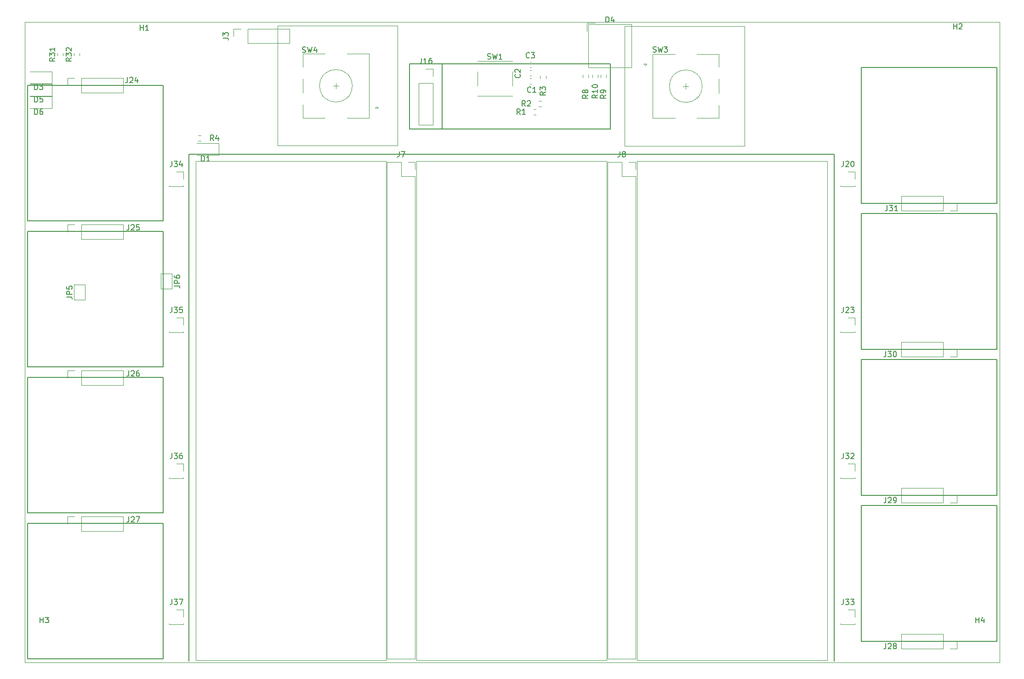
<source format=gbr>
G04 #@! TF.GenerationSoftware,KiCad,Pcbnew,(5.99.0-11749-g6427197962)*
G04 #@! TF.CreationDate,2021-09-04T15:49:30+10:00*
G04 #@! TF.ProjectId,Mainboard,4d61696e-626f-4617-9264-2e6b69636164,rev?*
G04 #@! TF.SameCoordinates,Original*
G04 #@! TF.FileFunction,Legend,Top*
G04 #@! TF.FilePolarity,Positive*
%FSLAX46Y46*%
G04 Gerber Fmt 4.6, Leading zero omitted, Abs format (unit mm)*
G04 Created by KiCad (PCBNEW (5.99.0-11749-g6427197962)) date 2021-09-04 15:49:30*
%MOMM*%
%LPD*%
G01*
G04 APERTURE LIST*
%ADD10C,0.150000*%
%ADD11C,0.100000*%
G04 #@! TA.AperFunction,Profile*
%ADD12C,0.100000*%
G04 #@! TD*
%ADD13C,0.120000*%
G04 APERTURE END LIST*
D10*
X137159643Y-49299000D02*
X137159643Y-61299000D01*
X90487000Y-159449000D02*
X90487000Y-65977000D01*
X60769000Y-53277000D02*
X85769000Y-53277000D01*
X85769000Y-53277000D02*
X85769000Y-78277000D01*
X85769000Y-78277000D02*
X60769000Y-78277000D01*
X60769000Y-78277000D02*
X60769000Y-53277000D01*
D11*
X173037000Y-67247000D02*
X208089000Y-67247000D01*
X208089000Y-67247000D02*
X208089000Y-159247000D01*
X208089000Y-159247000D02*
X173037000Y-159247000D01*
X173037000Y-159247000D02*
X173037000Y-67247000D01*
D10*
X131159643Y-49299000D02*
X168159643Y-49299000D01*
X168159643Y-49299000D02*
X168159643Y-61299000D01*
X168159643Y-61299000D02*
X131159643Y-61299000D01*
X131159643Y-61299000D02*
X131159643Y-49299000D01*
X239385000Y-101922000D02*
X214385000Y-101922000D01*
X214385000Y-101922000D02*
X214385000Y-76922000D01*
X214385000Y-76922000D02*
X239385000Y-76922000D01*
X239385000Y-76922000D02*
X239385000Y-101922000D01*
X239385000Y-128846000D02*
X214385000Y-128846000D01*
X214385000Y-128846000D02*
X214385000Y-103846000D01*
X214385000Y-103846000D02*
X239385000Y-103846000D01*
X239385000Y-103846000D02*
X239385000Y-128846000D01*
X60769000Y-107125000D02*
X85769000Y-107125000D01*
X85769000Y-107125000D02*
X85769000Y-132125000D01*
X85769000Y-132125000D02*
X60769000Y-132125000D01*
X60769000Y-132125000D02*
X60769000Y-107125000D01*
X239385000Y-155770000D02*
X214385000Y-155770000D01*
X214385000Y-155770000D02*
X214385000Y-130770000D01*
X214385000Y-130770000D02*
X239385000Y-130770000D01*
X239385000Y-130770000D02*
X239385000Y-155770000D01*
D11*
X192849000Y-64453000D02*
X170751000Y-64453000D01*
X170751000Y-64453000D02*
X170751000Y-42355000D01*
X170751000Y-42355000D02*
X192849000Y-42355000D01*
X192849000Y-42355000D02*
X192849000Y-64453000D01*
D10*
X239385000Y-74998000D02*
X214385000Y-74998000D01*
X214385000Y-74998000D02*
X214385000Y-49998000D01*
X214385000Y-49998000D02*
X239385000Y-49998000D01*
X239385000Y-49998000D02*
X239385000Y-74998000D01*
X60769000Y-134049000D02*
X85769000Y-134049000D01*
X85769000Y-134049000D02*
X85769000Y-159049000D01*
X85769000Y-159049000D02*
X60769000Y-159049000D01*
X60769000Y-159049000D02*
X60769000Y-134049000D01*
D11*
X132397000Y-67247000D02*
X167449000Y-67247000D01*
X167449000Y-67247000D02*
X167449000Y-159247000D01*
X167449000Y-159247000D02*
X132397000Y-159247000D01*
X132397000Y-159247000D02*
X132397000Y-67247000D01*
D10*
X209359000Y-65977000D02*
X209359000Y-159449000D01*
D11*
X91757000Y-67247000D02*
X126809000Y-67247000D01*
X126809000Y-67247000D02*
X126809000Y-159247000D01*
X126809000Y-159247000D02*
X91757000Y-159247000D01*
X91757000Y-159247000D02*
X91757000Y-67247000D01*
D10*
X60769000Y-134049000D02*
X85769000Y-134049000D01*
X85769000Y-134049000D02*
X85769000Y-159049000D01*
X85769000Y-159049000D02*
X60769000Y-159049000D01*
X60769000Y-159049000D02*
X60769000Y-134049000D01*
D11*
X128965000Y-64325000D02*
X106867000Y-64325000D01*
X106867000Y-64325000D02*
X106867000Y-42227000D01*
X106867000Y-42227000D02*
X128965000Y-42227000D01*
X128965000Y-42227000D02*
X128965000Y-64325000D01*
D10*
X60769000Y-80201000D02*
X85769000Y-80201000D01*
X85769000Y-80201000D02*
X85769000Y-105201000D01*
X85769000Y-105201000D02*
X60769000Y-105201000D01*
X60769000Y-105201000D02*
X60769000Y-80201000D01*
X90487000Y-65977000D02*
X209359000Y-65977000D01*
D12*
X239839000Y-159703000D02*
X60261000Y-159703000D01*
X60261000Y-159703000D02*
X60261000Y-41593000D01*
X60261000Y-41593000D02*
X239839000Y-41593000D01*
X239839000Y-41593000D02*
X239839000Y-159703000D01*
D10*
G04 #@! TO.C,J30*
X218900476Y-102322380D02*
X218900476Y-103036666D01*
X218852857Y-103179523D01*
X218757619Y-103274761D01*
X218614761Y-103322380D01*
X218519523Y-103322380D01*
X219281428Y-102322380D02*
X219900476Y-102322380D01*
X219567142Y-102703333D01*
X219710000Y-102703333D01*
X219805238Y-102750952D01*
X219852857Y-102798571D01*
X219900476Y-102893809D01*
X219900476Y-103131904D01*
X219852857Y-103227142D01*
X219805238Y-103274761D01*
X219710000Y-103322380D01*
X219424285Y-103322380D01*
X219329047Y-103274761D01*
X219281428Y-103227142D01*
X220519523Y-102322380D02*
X220614761Y-102322380D01*
X220710000Y-102370000D01*
X220757619Y-102417619D01*
X220805238Y-102512857D01*
X220852857Y-102703333D01*
X220852857Y-102941428D01*
X220805238Y-103131904D01*
X220757619Y-103227142D01*
X220710000Y-103274761D01*
X220614761Y-103322380D01*
X220519523Y-103322380D01*
X220424285Y-103274761D01*
X220376666Y-103227142D01*
X220329047Y-103131904D01*
X220281428Y-102941428D01*
X220281428Y-102703333D01*
X220329047Y-102512857D01*
X220376666Y-102417619D01*
X220424285Y-102370000D01*
X220519523Y-102322380D01*
G04 #@! TO.C,SW4*
X111442666Y-47140761D02*
X111585523Y-47188380D01*
X111823619Y-47188380D01*
X111918857Y-47140761D01*
X111966476Y-47093142D01*
X112014095Y-46997904D01*
X112014095Y-46902666D01*
X111966476Y-46807428D01*
X111918857Y-46759809D01*
X111823619Y-46712190D01*
X111633142Y-46664571D01*
X111537904Y-46616952D01*
X111490285Y-46569333D01*
X111442666Y-46474095D01*
X111442666Y-46378857D01*
X111490285Y-46283619D01*
X111537904Y-46236000D01*
X111633142Y-46188380D01*
X111871238Y-46188380D01*
X112014095Y-46236000D01*
X112347428Y-46188380D02*
X112585523Y-47188380D01*
X112776000Y-46474095D01*
X112966476Y-47188380D01*
X113204571Y-46188380D01*
X114014095Y-46521714D02*
X114014095Y-47188380D01*
X113776000Y-46140761D02*
X113537904Y-46855047D01*
X114156952Y-46855047D01*
G04 #@! TO.C,JP6*
X87844380Y-90241333D02*
X88558666Y-90241333D01*
X88701523Y-90288952D01*
X88796761Y-90384190D01*
X88844380Y-90527047D01*
X88844380Y-90622285D01*
X88844380Y-89765142D02*
X87844380Y-89765142D01*
X87844380Y-89384190D01*
X87892000Y-89288952D01*
X87939619Y-89241333D01*
X88034857Y-89193714D01*
X88177714Y-89193714D01*
X88272952Y-89241333D01*
X88320571Y-89288952D01*
X88368190Y-89384190D01*
X88368190Y-89765142D01*
X87844380Y-88336571D02*
X87844380Y-88527047D01*
X87892000Y-88622285D01*
X87939619Y-88669904D01*
X88082476Y-88765142D01*
X88272952Y-88812761D01*
X88653904Y-88812761D01*
X88749142Y-88765142D01*
X88796761Y-88717523D01*
X88844380Y-88622285D01*
X88844380Y-88431809D01*
X88796761Y-88336571D01*
X88749142Y-88288952D01*
X88653904Y-88241333D01*
X88415809Y-88241333D01*
X88320571Y-88288952D01*
X88272952Y-88336571D01*
X88225333Y-88431809D01*
X88225333Y-88622285D01*
X88272952Y-88717523D01*
X88320571Y-88765142D01*
X88415809Y-88812761D01*
G04 #@! TO.C,J3*
X96758380Y-44504333D02*
X97472666Y-44504333D01*
X97615523Y-44551952D01*
X97710761Y-44647190D01*
X97758380Y-44790047D01*
X97758380Y-44885285D01*
X96758380Y-44123380D02*
X96758380Y-43504333D01*
X97139333Y-43837666D01*
X97139333Y-43694809D01*
X97186952Y-43599571D01*
X97234571Y-43551952D01*
X97329809Y-43504333D01*
X97567904Y-43504333D01*
X97663142Y-43551952D01*
X97710761Y-43599571D01*
X97758380Y-43694809D01*
X97758380Y-43980523D01*
X97710761Y-44075761D01*
X97663142Y-44123380D01*
G04 #@! TO.C,D6*
X62098904Y-58620380D02*
X62098904Y-57620380D01*
X62337000Y-57620380D01*
X62479857Y-57668000D01*
X62575095Y-57763238D01*
X62622714Y-57858476D01*
X62670333Y-58048952D01*
X62670333Y-58191809D01*
X62622714Y-58382285D01*
X62575095Y-58477523D01*
X62479857Y-58572761D01*
X62337000Y-58620380D01*
X62098904Y-58620380D01*
X63527476Y-57620380D02*
X63337000Y-57620380D01*
X63241761Y-57668000D01*
X63194142Y-57715619D01*
X63098904Y-57858476D01*
X63051285Y-58048952D01*
X63051285Y-58429904D01*
X63098904Y-58525142D01*
X63146523Y-58572761D01*
X63241761Y-58620380D01*
X63432238Y-58620380D01*
X63527476Y-58572761D01*
X63575095Y-58525142D01*
X63622714Y-58429904D01*
X63622714Y-58191809D01*
X63575095Y-58096571D01*
X63527476Y-58048952D01*
X63432238Y-58001333D01*
X63241761Y-58001333D01*
X63146523Y-58048952D01*
X63098904Y-58096571D01*
X63051285Y-58191809D01*
G04 #@! TO.C,R1*
X151534333Y-58618380D02*
X151201000Y-58142190D01*
X150962904Y-58618380D02*
X150962904Y-57618380D01*
X151343857Y-57618380D01*
X151439095Y-57666000D01*
X151486714Y-57713619D01*
X151534333Y-57808857D01*
X151534333Y-57951714D01*
X151486714Y-58046952D01*
X151439095Y-58094571D01*
X151343857Y-58142190D01*
X150962904Y-58142190D01*
X152486714Y-58618380D02*
X151915285Y-58618380D01*
X152201000Y-58618380D02*
X152201000Y-57618380D01*
X152105761Y-57761238D01*
X152010523Y-57856476D01*
X151915285Y-57904095D01*
G04 #@! TO.C,R4*
X95083333Y-63444380D02*
X94750000Y-62968190D01*
X94511904Y-63444380D02*
X94511904Y-62444380D01*
X94892857Y-62444380D01*
X94988095Y-62492000D01*
X95035714Y-62539619D01*
X95083333Y-62634857D01*
X95083333Y-62777714D01*
X95035714Y-62872952D01*
X94988095Y-62920571D01*
X94892857Y-62968190D01*
X94511904Y-62968190D01*
X95940476Y-62777714D02*
X95940476Y-63444380D01*
X95702380Y-62396761D02*
X95464285Y-63111047D01*
X96083333Y-63111047D01*
G04 #@! TO.C,R32*
X68872380Y-48203857D02*
X68396190Y-48537190D01*
X68872380Y-48775285D02*
X67872380Y-48775285D01*
X67872380Y-48394333D01*
X67920000Y-48299095D01*
X67967619Y-48251476D01*
X68062857Y-48203857D01*
X68205714Y-48203857D01*
X68300952Y-48251476D01*
X68348571Y-48299095D01*
X68396190Y-48394333D01*
X68396190Y-48775285D01*
X67872380Y-47870523D02*
X67872380Y-47251476D01*
X68253333Y-47584809D01*
X68253333Y-47441952D01*
X68300952Y-47346714D01*
X68348571Y-47299095D01*
X68443809Y-47251476D01*
X68681904Y-47251476D01*
X68777142Y-47299095D01*
X68824761Y-47346714D01*
X68872380Y-47441952D01*
X68872380Y-47727666D01*
X68824761Y-47822904D01*
X68777142Y-47870523D01*
X67967619Y-46870523D02*
X67920000Y-46822904D01*
X67872380Y-46727666D01*
X67872380Y-46489571D01*
X67920000Y-46394333D01*
X67967619Y-46346714D01*
X68062857Y-46299095D01*
X68158095Y-46299095D01*
X68300952Y-46346714D01*
X68872380Y-46918142D01*
X68872380Y-46299095D01*
G04 #@! TO.C,J23*
X211089476Y-94155380D02*
X211089476Y-94869666D01*
X211041857Y-95012523D01*
X210946619Y-95107761D01*
X210803761Y-95155380D01*
X210708523Y-95155380D01*
X211518047Y-94250619D02*
X211565666Y-94203000D01*
X211660904Y-94155380D01*
X211899000Y-94155380D01*
X211994238Y-94203000D01*
X212041857Y-94250619D01*
X212089476Y-94345857D01*
X212089476Y-94441095D01*
X212041857Y-94583952D01*
X211470428Y-95155380D01*
X212089476Y-95155380D01*
X212422809Y-94155380D02*
X213041857Y-94155380D01*
X212708523Y-94536333D01*
X212851380Y-94536333D01*
X212946619Y-94583952D01*
X212994238Y-94631571D01*
X213041857Y-94726809D01*
X213041857Y-94964904D01*
X212994238Y-95060142D01*
X212946619Y-95107761D01*
X212851380Y-95155380D01*
X212565666Y-95155380D01*
X212470428Y-95107761D01*
X212422809Y-95060142D01*
G04 #@! TO.C,R9*
X167330380Y-55030666D02*
X166854190Y-55364000D01*
X167330380Y-55602095D02*
X166330380Y-55602095D01*
X166330380Y-55221142D01*
X166378000Y-55125904D01*
X166425619Y-55078285D01*
X166520857Y-55030666D01*
X166663714Y-55030666D01*
X166758952Y-55078285D01*
X166806571Y-55125904D01*
X166854190Y-55221142D01*
X166854190Y-55602095D01*
X167330380Y-54554476D02*
X167330380Y-54364000D01*
X167282761Y-54268761D01*
X167235142Y-54221142D01*
X167092285Y-54125904D01*
X166901809Y-54078285D01*
X166520857Y-54078285D01*
X166425619Y-54125904D01*
X166378000Y-54173523D01*
X166330380Y-54268761D01*
X166330380Y-54459238D01*
X166378000Y-54554476D01*
X166425619Y-54602095D01*
X166520857Y-54649714D01*
X166758952Y-54649714D01*
X166854190Y-54602095D01*
X166901809Y-54554476D01*
X166949428Y-54459238D01*
X166949428Y-54268761D01*
X166901809Y-54173523D01*
X166854190Y-54125904D01*
X166758952Y-54078285D01*
G04 #@! TO.C,J27*
X79454476Y-132802380D02*
X79454476Y-133516666D01*
X79406857Y-133659523D01*
X79311619Y-133754761D01*
X79168761Y-133802380D01*
X79073523Y-133802380D01*
X79883047Y-132897619D02*
X79930666Y-132850000D01*
X80025904Y-132802380D01*
X80264000Y-132802380D01*
X80359238Y-132850000D01*
X80406857Y-132897619D01*
X80454476Y-132992857D01*
X80454476Y-133088095D01*
X80406857Y-133230952D01*
X79835428Y-133802380D01*
X80454476Y-133802380D01*
X80787809Y-132802380D02*
X81454476Y-132802380D01*
X81025904Y-133802380D01*
G04 #@! TO.C,R3*
X156217380Y-54459666D02*
X155741190Y-54793000D01*
X156217380Y-55031095D02*
X155217380Y-55031095D01*
X155217380Y-54650142D01*
X155265000Y-54554904D01*
X155312619Y-54507285D01*
X155407857Y-54459666D01*
X155550714Y-54459666D01*
X155645952Y-54507285D01*
X155693571Y-54554904D01*
X155741190Y-54650142D01*
X155741190Y-55031095D01*
X155217380Y-54126333D02*
X155217380Y-53507285D01*
X155598333Y-53840619D01*
X155598333Y-53697761D01*
X155645952Y-53602523D01*
X155693571Y-53554904D01*
X155788809Y-53507285D01*
X156026904Y-53507285D01*
X156122142Y-53554904D01*
X156169761Y-53602523D01*
X156217380Y-53697761D01*
X156217380Y-53983476D01*
X156169761Y-54078714D01*
X156122142Y-54126333D01*
G04 #@! TO.C,H4*
X235476675Y-152347679D02*
X235476675Y-151347679D01*
X235476675Y-151823870D02*
X236048103Y-151823870D01*
X236048103Y-152347679D02*
X236048103Y-151347679D01*
X236952865Y-151681013D02*
X236952865Y-152347679D01*
X236714770Y-151300060D02*
X236476675Y-152014346D01*
X237095722Y-152014346D01*
G04 #@! TO.C,H1*
X81534095Y-43124380D02*
X81534095Y-42124380D01*
X81534095Y-42600571D02*
X82105523Y-42600571D01*
X82105523Y-43124380D02*
X82105523Y-42124380D01*
X83105523Y-43124380D02*
X82534095Y-43124380D01*
X82819809Y-43124380D02*
X82819809Y-42124380D01*
X82724571Y-42267238D01*
X82629333Y-42362476D01*
X82534095Y-42410095D01*
G04 #@! TO.C,J32*
X211089476Y-121079380D02*
X211089476Y-121793666D01*
X211041857Y-121936523D01*
X210946619Y-122031761D01*
X210803761Y-122079380D01*
X210708523Y-122079380D01*
X211470428Y-121079380D02*
X212089476Y-121079380D01*
X211756142Y-121460333D01*
X211899000Y-121460333D01*
X211994238Y-121507952D01*
X212041857Y-121555571D01*
X212089476Y-121650809D01*
X212089476Y-121888904D01*
X212041857Y-121984142D01*
X211994238Y-122031761D01*
X211899000Y-122079380D01*
X211613285Y-122079380D01*
X211518047Y-122031761D01*
X211470428Y-121984142D01*
X212470428Y-121174619D02*
X212518047Y-121127000D01*
X212613285Y-121079380D01*
X212851380Y-121079380D01*
X212946619Y-121127000D01*
X212994238Y-121174619D01*
X213041857Y-121269857D01*
X213041857Y-121365095D01*
X212994238Y-121507952D01*
X212422809Y-122079380D01*
X213041857Y-122079380D01*
G04 #@! TO.C,C3*
X153249333Y-48109142D02*
X153201714Y-48156761D01*
X153058857Y-48204380D01*
X152963619Y-48204380D01*
X152820761Y-48156761D01*
X152725523Y-48061523D01*
X152677904Y-47966285D01*
X152630285Y-47775809D01*
X152630285Y-47632952D01*
X152677904Y-47442476D01*
X152725523Y-47347238D01*
X152820761Y-47252000D01*
X152963619Y-47204380D01*
X153058857Y-47204380D01*
X153201714Y-47252000D01*
X153249333Y-47299619D01*
X153582666Y-47204380D02*
X154201714Y-47204380D01*
X153868380Y-47585333D01*
X154011238Y-47585333D01*
X154106476Y-47632952D01*
X154154095Y-47680571D01*
X154201714Y-47775809D01*
X154201714Y-48013904D01*
X154154095Y-48109142D01*
X154106476Y-48156761D01*
X154011238Y-48204380D01*
X153725523Y-48204380D01*
X153630285Y-48156761D01*
X153582666Y-48109142D01*
G04 #@! TO.C,C1*
X153503333Y-54459142D02*
X153455714Y-54506761D01*
X153312857Y-54554380D01*
X153217619Y-54554380D01*
X153074761Y-54506761D01*
X152979523Y-54411523D01*
X152931904Y-54316285D01*
X152884285Y-54125809D01*
X152884285Y-53982952D01*
X152931904Y-53792476D01*
X152979523Y-53697238D01*
X153074761Y-53602000D01*
X153217619Y-53554380D01*
X153312857Y-53554380D01*
X153455714Y-53602000D01*
X153503333Y-53649619D01*
X154455714Y-54554380D02*
X153884285Y-54554380D01*
X154170000Y-54554380D02*
X154170000Y-53554380D01*
X154074761Y-53697238D01*
X153979523Y-53792476D01*
X153884285Y-53840095D01*
G04 #@! TO.C,J25*
X79454476Y-78954380D02*
X79454476Y-79668666D01*
X79406857Y-79811523D01*
X79311619Y-79906761D01*
X79168761Y-79954380D01*
X79073523Y-79954380D01*
X79883047Y-79049619D02*
X79930666Y-79002000D01*
X80025904Y-78954380D01*
X80264000Y-78954380D01*
X80359238Y-79002000D01*
X80406857Y-79049619D01*
X80454476Y-79144857D01*
X80454476Y-79240095D01*
X80406857Y-79382952D01*
X79835428Y-79954380D01*
X80454476Y-79954380D01*
X81359238Y-78954380D02*
X80883047Y-78954380D01*
X80835428Y-79430571D01*
X80883047Y-79382952D01*
X80978285Y-79335333D01*
X81216380Y-79335333D01*
X81311619Y-79382952D01*
X81359238Y-79430571D01*
X81406857Y-79525809D01*
X81406857Y-79763904D01*
X81359238Y-79859142D01*
X81311619Y-79906761D01*
X81216380Y-79954380D01*
X80978285Y-79954380D01*
X80883047Y-79906761D01*
X80835428Y-79859142D01*
G04 #@! TO.C,J26*
X79454476Y-105878380D02*
X79454476Y-106592666D01*
X79406857Y-106735523D01*
X79311619Y-106830761D01*
X79168761Y-106878380D01*
X79073523Y-106878380D01*
X79883047Y-105973619D02*
X79930666Y-105926000D01*
X80025904Y-105878380D01*
X80264000Y-105878380D01*
X80359238Y-105926000D01*
X80406857Y-105973619D01*
X80454476Y-106068857D01*
X80454476Y-106164095D01*
X80406857Y-106306952D01*
X79835428Y-106878380D01*
X80454476Y-106878380D01*
X81311619Y-105878380D02*
X81121142Y-105878380D01*
X81025904Y-105926000D01*
X80978285Y-105973619D01*
X80883047Y-106116476D01*
X80835428Y-106306952D01*
X80835428Y-106687904D01*
X80883047Y-106783142D01*
X80930666Y-106830761D01*
X81025904Y-106878380D01*
X81216380Y-106878380D01*
X81311619Y-106830761D01*
X81359238Y-106783142D01*
X81406857Y-106687904D01*
X81406857Y-106449809D01*
X81359238Y-106354571D01*
X81311619Y-106306952D01*
X81216380Y-106259333D01*
X81025904Y-106259333D01*
X80930666Y-106306952D01*
X80883047Y-106354571D01*
X80835428Y-106449809D01*
G04 #@! TO.C,D4*
X167345904Y-41616380D02*
X167345904Y-40616380D01*
X167584000Y-40616380D01*
X167726857Y-40664000D01*
X167822095Y-40759238D01*
X167869714Y-40854476D01*
X167917333Y-41044952D01*
X167917333Y-41187809D01*
X167869714Y-41378285D01*
X167822095Y-41473523D01*
X167726857Y-41568761D01*
X167584000Y-41616380D01*
X167345904Y-41616380D01*
X168774476Y-40949714D02*
X168774476Y-41616380D01*
X168536380Y-40568761D02*
X168298285Y-41283047D01*
X168917333Y-41283047D01*
G04 #@! TO.C,D5*
X62098904Y-56334380D02*
X62098904Y-55334380D01*
X62337000Y-55334380D01*
X62479857Y-55382000D01*
X62575095Y-55477238D01*
X62622714Y-55572476D01*
X62670333Y-55762952D01*
X62670333Y-55905809D01*
X62622714Y-56096285D01*
X62575095Y-56191523D01*
X62479857Y-56286761D01*
X62337000Y-56334380D01*
X62098904Y-56334380D01*
X63575095Y-55334380D02*
X63098904Y-55334380D01*
X63051285Y-55810571D01*
X63098904Y-55762952D01*
X63194142Y-55715333D01*
X63432238Y-55715333D01*
X63527476Y-55762952D01*
X63575095Y-55810571D01*
X63622714Y-55905809D01*
X63622714Y-56143904D01*
X63575095Y-56239142D01*
X63527476Y-56286761D01*
X63432238Y-56334380D01*
X63194142Y-56334380D01*
X63098904Y-56286761D01*
X63051285Y-56239142D01*
G04 #@! TO.C,J7*
X129269666Y-65453380D02*
X129269666Y-66167666D01*
X129222047Y-66310523D01*
X129126809Y-66405761D01*
X128983952Y-66453380D01*
X128888714Y-66453380D01*
X129650619Y-65453380D02*
X130317285Y-65453380D01*
X129888714Y-66453380D01*
G04 #@! TO.C,C2*
X151487142Y-51220666D02*
X151534761Y-51268285D01*
X151582380Y-51411142D01*
X151582380Y-51506380D01*
X151534761Y-51649238D01*
X151439523Y-51744476D01*
X151344285Y-51792095D01*
X151153809Y-51839714D01*
X151010952Y-51839714D01*
X150820476Y-51792095D01*
X150725238Y-51744476D01*
X150630000Y-51649238D01*
X150582380Y-51506380D01*
X150582380Y-51411142D01*
X150630000Y-51268285D01*
X150677619Y-51220666D01*
X150677619Y-50839714D02*
X150630000Y-50792095D01*
X150582380Y-50696857D01*
X150582380Y-50458761D01*
X150630000Y-50363523D01*
X150677619Y-50315904D01*
X150772857Y-50268285D01*
X150868095Y-50268285D01*
X151010952Y-50315904D01*
X151582380Y-50887333D01*
X151582380Y-50268285D01*
G04 #@! TO.C,H2*
X231394095Y-42870380D02*
X231394095Y-41870380D01*
X231394095Y-42346571D02*
X231965523Y-42346571D01*
X231965523Y-42870380D02*
X231965523Y-41870380D01*
X232394095Y-41965619D02*
X232441714Y-41918000D01*
X232536952Y-41870380D01*
X232775047Y-41870380D01*
X232870285Y-41918000D01*
X232917904Y-41965619D01*
X232965523Y-42060857D01*
X232965523Y-42156095D01*
X232917904Y-42298952D01*
X232346476Y-42870380D01*
X232965523Y-42870380D01*
G04 #@! TO.C,J36*
X87391476Y-121079380D02*
X87391476Y-121793666D01*
X87343857Y-121936523D01*
X87248619Y-122031761D01*
X87105761Y-122079380D01*
X87010523Y-122079380D01*
X87772428Y-121079380D02*
X88391476Y-121079380D01*
X88058142Y-121460333D01*
X88201000Y-121460333D01*
X88296238Y-121507952D01*
X88343857Y-121555571D01*
X88391476Y-121650809D01*
X88391476Y-121888904D01*
X88343857Y-121984142D01*
X88296238Y-122031761D01*
X88201000Y-122079380D01*
X87915285Y-122079380D01*
X87820047Y-122031761D01*
X87772428Y-121984142D01*
X89248619Y-121079380D02*
X89058142Y-121079380D01*
X88962904Y-121127000D01*
X88915285Y-121174619D01*
X88820047Y-121317476D01*
X88772428Y-121507952D01*
X88772428Y-121888904D01*
X88820047Y-121984142D01*
X88867666Y-122031761D01*
X88962904Y-122079380D01*
X89153380Y-122079380D01*
X89248619Y-122031761D01*
X89296238Y-121984142D01*
X89343857Y-121888904D01*
X89343857Y-121650809D01*
X89296238Y-121555571D01*
X89248619Y-121507952D01*
X89153380Y-121460333D01*
X88962904Y-121460333D01*
X88867666Y-121507952D01*
X88820047Y-121555571D01*
X88772428Y-121650809D01*
G04 #@! TO.C,D1*
X92832904Y-67256380D02*
X92832904Y-66256380D01*
X93071000Y-66256380D01*
X93213857Y-66304000D01*
X93309095Y-66399238D01*
X93356714Y-66494476D01*
X93404333Y-66684952D01*
X93404333Y-66827809D01*
X93356714Y-67018285D01*
X93309095Y-67113523D01*
X93213857Y-67208761D01*
X93071000Y-67256380D01*
X92832904Y-67256380D01*
X94356714Y-67256380D02*
X93785285Y-67256380D01*
X94071000Y-67256380D02*
X94071000Y-66256380D01*
X93975761Y-66399238D01*
X93880523Y-66494476D01*
X93785285Y-66542095D01*
G04 #@! TO.C,SW3*
X176024177Y-47075250D02*
X176167034Y-47122869D01*
X176405130Y-47122869D01*
X176500368Y-47075250D01*
X176547987Y-47027631D01*
X176595606Y-46932393D01*
X176595606Y-46837155D01*
X176547987Y-46741917D01*
X176500368Y-46694298D01*
X176405130Y-46646679D01*
X176214653Y-46599060D01*
X176119415Y-46551441D01*
X176071796Y-46503822D01*
X176024177Y-46408584D01*
X176024177Y-46313346D01*
X176071796Y-46218108D01*
X176119415Y-46170489D01*
X176214653Y-46122869D01*
X176452749Y-46122869D01*
X176595606Y-46170489D01*
X176928939Y-46122869D02*
X177167034Y-47122869D01*
X177357511Y-46408584D01*
X177547987Y-47122869D01*
X177786082Y-46122869D01*
X178071796Y-46122869D02*
X178690844Y-46122869D01*
X178357511Y-46503822D01*
X178500368Y-46503822D01*
X178595606Y-46551441D01*
X178643225Y-46599060D01*
X178690844Y-46694298D01*
X178690844Y-46932393D01*
X178643225Y-47027631D01*
X178595606Y-47075250D01*
X178500368Y-47122869D01*
X178214653Y-47122869D01*
X178119415Y-47075250D01*
X178071796Y-47027631D01*
G04 #@! TO.C,J35*
X87391476Y-94155380D02*
X87391476Y-94869666D01*
X87343857Y-95012523D01*
X87248619Y-95107761D01*
X87105761Y-95155380D01*
X87010523Y-95155380D01*
X87772428Y-94155380D02*
X88391476Y-94155380D01*
X88058142Y-94536333D01*
X88201000Y-94536333D01*
X88296238Y-94583952D01*
X88343857Y-94631571D01*
X88391476Y-94726809D01*
X88391476Y-94964904D01*
X88343857Y-95060142D01*
X88296238Y-95107761D01*
X88201000Y-95155380D01*
X87915285Y-95155380D01*
X87820047Y-95107761D01*
X87772428Y-95060142D01*
X89296238Y-94155380D02*
X88820047Y-94155380D01*
X88772428Y-94631571D01*
X88820047Y-94583952D01*
X88915285Y-94536333D01*
X89153380Y-94536333D01*
X89248619Y-94583952D01*
X89296238Y-94631571D01*
X89343857Y-94726809D01*
X89343857Y-94964904D01*
X89296238Y-95060142D01*
X89248619Y-95107761D01*
X89153380Y-95155380D01*
X88915285Y-95155380D01*
X88820047Y-95107761D01*
X88772428Y-95060142D01*
G04 #@! TO.C,J29*
X218900476Y-129246380D02*
X218900476Y-129960666D01*
X218852857Y-130103523D01*
X218757619Y-130198761D01*
X218614761Y-130246380D01*
X218519523Y-130246380D01*
X219329047Y-129341619D02*
X219376666Y-129294000D01*
X219471904Y-129246380D01*
X219710000Y-129246380D01*
X219805238Y-129294000D01*
X219852857Y-129341619D01*
X219900476Y-129436857D01*
X219900476Y-129532095D01*
X219852857Y-129674952D01*
X219281428Y-130246380D01*
X219900476Y-130246380D01*
X220376666Y-130246380D02*
X220567142Y-130246380D01*
X220662380Y-130198761D01*
X220710000Y-130151142D01*
X220805238Y-130008285D01*
X220852857Y-129817809D01*
X220852857Y-129436857D01*
X220805238Y-129341619D01*
X220757619Y-129294000D01*
X220662380Y-129246380D01*
X220471904Y-129246380D01*
X220376666Y-129294000D01*
X220329047Y-129341619D01*
X220281428Y-129436857D01*
X220281428Y-129674952D01*
X220329047Y-129770190D01*
X220376666Y-129817809D01*
X220471904Y-129865428D01*
X220662380Y-129865428D01*
X220757619Y-129817809D01*
X220805238Y-129770190D01*
X220852857Y-129674952D01*
G04 #@! TO.C,J33*
X211089476Y-148003380D02*
X211089476Y-148717666D01*
X211041857Y-148860523D01*
X210946619Y-148955761D01*
X210803761Y-149003380D01*
X210708523Y-149003380D01*
X211470428Y-148003380D02*
X212089476Y-148003380D01*
X211756142Y-148384333D01*
X211899000Y-148384333D01*
X211994238Y-148431952D01*
X212041857Y-148479571D01*
X212089476Y-148574809D01*
X212089476Y-148812904D01*
X212041857Y-148908142D01*
X211994238Y-148955761D01*
X211899000Y-149003380D01*
X211613285Y-149003380D01*
X211518047Y-148955761D01*
X211470428Y-148908142D01*
X212422809Y-148003380D02*
X213041857Y-148003380D01*
X212708523Y-148384333D01*
X212851380Y-148384333D01*
X212946619Y-148431952D01*
X212994238Y-148479571D01*
X213041857Y-148574809D01*
X213041857Y-148812904D01*
X212994238Y-148908142D01*
X212946619Y-148955761D01*
X212851380Y-149003380D01*
X212565666Y-149003380D01*
X212470428Y-148955761D01*
X212422809Y-148908142D01*
G04 #@! TO.C,R8*
X164028380Y-55030666D02*
X163552190Y-55364000D01*
X164028380Y-55602095D02*
X163028380Y-55602095D01*
X163028380Y-55221142D01*
X163076000Y-55125904D01*
X163123619Y-55078285D01*
X163218857Y-55030666D01*
X163361714Y-55030666D01*
X163456952Y-55078285D01*
X163504571Y-55125904D01*
X163552190Y-55221142D01*
X163552190Y-55602095D01*
X163456952Y-54459238D02*
X163409333Y-54554476D01*
X163361714Y-54602095D01*
X163266476Y-54649714D01*
X163218857Y-54649714D01*
X163123619Y-54602095D01*
X163076000Y-54554476D01*
X163028380Y-54459238D01*
X163028380Y-54268761D01*
X163076000Y-54173523D01*
X163123619Y-54125904D01*
X163218857Y-54078285D01*
X163266476Y-54078285D01*
X163361714Y-54125904D01*
X163409333Y-54173523D01*
X163456952Y-54268761D01*
X163456952Y-54459238D01*
X163504571Y-54554476D01*
X163552190Y-54602095D01*
X163647428Y-54649714D01*
X163837904Y-54649714D01*
X163933142Y-54602095D01*
X163980761Y-54554476D01*
X164028380Y-54459238D01*
X164028380Y-54268761D01*
X163980761Y-54173523D01*
X163933142Y-54125904D01*
X163837904Y-54078285D01*
X163647428Y-54078285D01*
X163552190Y-54125904D01*
X163504571Y-54173523D01*
X163456952Y-54268761D01*
G04 #@! TO.C,SW1*
X145541666Y-48361761D02*
X145684523Y-48409380D01*
X145922619Y-48409380D01*
X146017857Y-48361761D01*
X146065476Y-48314142D01*
X146113095Y-48218904D01*
X146113095Y-48123666D01*
X146065476Y-48028428D01*
X146017857Y-47980809D01*
X145922619Y-47933190D01*
X145732142Y-47885571D01*
X145636904Y-47837952D01*
X145589285Y-47790333D01*
X145541666Y-47695095D01*
X145541666Y-47599857D01*
X145589285Y-47504619D01*
X145636904Y-47457000D01*
X145732142Y-47409380D01*
X145970238Y-47409380D01*
X146113095Y-47457000D01*
X146446428Y-47409380D02*
X146684523Y-48409380D01*
X146875000Y-47695095D01*
X147065476Y-48409380D01*
X147303571Y-47409380D01*
X148208333Y-48409380D02*
X147636904Y-48409380D01*
X147922619Y-48409380D02*
X147922619Y-47409380D01*
X147827380Y-47552238D01*
X147732142Y-47647476D01*
X147636904Y-47695095D01*
G04 #@! TO.C,D3*
X62098904Y-54048380D02*
X62098904Y-53048380D01*
X62337000Y-53048380D01*
X62479857Y-53096000D01*
X62575095Y-53191238D01*
X62622714Y-53286476D01*
X62670333Y-53476952D01*
X62670333Y-53619809D01*
X62622714Y-53810285D01*
X62575095Y-53905523D01*
X62479857Y-54000761D01*
X62337000Y-54048380D01*
X62098904Y-54048380D01*
X63003666Y-53048380D02*
X63622714Y-53048380D01*
X63289380Y-53429333D01*
X63432238Y-53429333D01*
X63527476Y-53476952D01*
X63575095Y-53524571D01*
X63622714Y-53619809D01*
X63622714Y-53857904D01*
X63575095Y-53953142D01*
X63527476Y-54000761D01*
X63432238Y-54048380D01*
X63146523Y-54048380D01*
X63051285Y-54000761D01*
X63003666Y-53953142D01*
G04 #@! TO.C,J37*
X87391476Y-148003380D02*
X87391476Y-148717666D01*
X87343857Y-148860523D01*
X87248619Y-148955761D01*
X87105761Y-149003380D01*
X87010523Y-149003380D01*
X87772428Y-148003380D02*
X88391476Y-148003380D01*
X88058142Y-148384333D01*
X88201000Y-148384333D01*
X88296238Y-148431952D01*
X88343857Y-148479571D01*
X88391476Y-148574809D01*
X88391476Y-148812904D01*
X88343857Y-148908142D01*
X88296238Y-148955761D01*
X88201000Y-149003380D01*
X87915285Y-149003380D01*
X87820047Y-148955761D01*
X87772428Y-148908142D01*
X88724809Y-148003380D02*
X89391476Y-148003380D01*
X88962904Y-149003380D01*
G04 #@! TO.C,R2*
X152487333Y-57094380D02*
X152154000Y-56618190D01*
X151915904Y-57094380D02*
X151915904Y-56094380D01*
X152296857Y-56094380D01*
X152392095Y-56142000D01*
X152439714Y-56189619D01*
X152487333Y-56284857D01*
X152487333Y-56427714D01*
X152439714Y-56522952D01*
X152392095Y-56570571D01*
X152296857Y-56618190D01*
X151915904Y-56618190D01*
X152868285Y-56189619D02*
X152915904Y-56142000D01*
X153011142Y-56094380D01*
X153249238Y-56094380D01*
X153344476Y-56142000D01*
X153392095Y-56189619D01*
X153439714Y-56284857D01*
X153439714Y-56380095D01*
X153392095Y-56522952D01*
X152820666Y-57094380D01*
X153439714Y-57094380D01*
G04 #@! TO.C,J34*
X87391476Y-67231380D02*
X87391476Y-67945666D01*
X87343857Y-68088523D01*
X87248619Y-68183761D01*
X87105761Y-68231380D01*
X87010523Y-68231380D01*
X87772428Y-67231380D02*
X88391476Y-67231380D01*
X88058142Y-67612333D01*
X88201000Y-67612333D01*
X88296238Y-67659952D01*
X88343857Y-67707571D01*
X88391476Y-67802809D01*
X88391476Y-68040904D01*
X88343857Y-68136142D01*
X88296238Y-68183761D01*
X88201000Y-68231380D01*
X87915285Y-68231380D01*
X87820047Y-68183761D01*
X87772428Y-68136142D01*
X89248619Y-67564714D02*
X89248619Y-68231380D01*
X89010523Y-67183761D02*
X88772428Y-67898047D01*
X89391476Y-67898047D01*
G04 #@! TO.C,JP5*
X68010380Y-92273333D02*
X68724666Y-92273333D01*
X68867523Y-92320952D01*
X68962761Y-92416190D01*
X69010380Y-92559047D01*
X69010380Y-92654285D01*
X69010380Y-91797142D02*
X68010380Y-91797142D01*
X68010380Y-91416190D01*
X68058000Y-91320952D01*
X68105619Y-91273333D01*
X68200857Y-91225714D01*
X68343714Y-91225714D01*
X68438952Y-91273333D01*
X68486571Y-91320952D01*
X68534190Y-91416190D01*
X68534190Y-91797142D01*
X68010380Y-90320952D02*
X68010380Y-90797142D01*
X68486571Y-90844761D01*
X68438952Y-90797142D01*
X68391333Y-90701904D01*
X68391333Y-90463809D01*
X68438952Y-90368571D01*
X68486571Y-90320952D01*
X68581809Y-90273333D01*
X68819904Y-90273333D01*
X68915142Y-90320952D01*
X68962761Y-90368571D01*
X69010380Y-90463809D01*
X69010380Y-90701904D01*
X68962761Y-90797142D01*
X68915142Y-90844761D01*
G04 #@! TO.C,J8*
X169909666Y-65453380D02*
X169909666Y-66167666D01*
X169862047Y-66310523D01*
X169766809Y-66405761D01*
X169623952Y-66453380D01*
X169528714Y-66453380D01*
X170528714Y-65881952D02*
X170433476Y-65834333D01*
X170385857Y-65786714D01*
X170338238Y-65691476D01*
X170338238Y-65643857D01*
X170385857Y-65548619D01*
X170433476Y-65501000D01*
X170528714Y-65453380D01*
X170719190Y-65453380D01*
X170814428Y-65501000D01*
X170862047Y-65548619D01*
X170909666Y-65643857D01*
X170909666Y-65691476D01*
X170862047Y-65786714D01*
X170814428Y-65834333D01*
X170719190Y-65881952D01*
X170528714Y-65881952D01*
X170433476Y-65929571D01*
X170385857Y-65977190D01*
X170338238Y-66072428D01*
X170338238Y-66262904D01*
X170385857Y-66358142D01*
X170433476Y-66405761D01*
X170528714Y-66453380D01*
X170719190Y-66453380D01*
X170814428Y-66405761D01*
X170862047Y-66358142D01*
X170909666Y-66262904D01*
X170909666Y-66072428D01*
X170862047Y-65977190D01*
X170814428Y-65929571D01*
X170719190Y-65881952D01*
G04 #@! TO.C,R10*
X165806380Y-54998857D02*
X165330190Y-55332190D01*
X165806380Y-55570285D02*
X164806380Y-55570285D01*
X164806380Y-55189333D01*
X164854000Y-55094095D01*
X164901619Y-55046476D01*
X164996857Y-54998857D01*
X165139714Y-54998857D01*
X165234952Y-55046476D01*
X165282571Y-55094095D01*
X165330190Y-55189333D01*
X165330190Y-55570285D01*
X165806380Y-54046476D02*
X165806380Y-54617904D01*
X165806380Y-54332190D02*
X164806380Y-54332190D01*
X164949238Y-54427428D01*
X165044476Y-54522666D01*
X165092095Y-54617904D01*
X164806380Y-53427428D02*
X164806380Y-53332190D01*
X164854000Y-53236952D01*
X164901619Y-53189333D01*
X164996857Y-53141714D01*
X165187333Y-53094095D01*
X165425428Y-53094095D01*
X165615904Y-53141714D01*
X165711142Y-53189333D01*
X165758761Y-53236952D01*
X165806380Y-53332190D01*
X165806380Y-53427428D01*
X165758761Y-53522666D01*
X165711142Y-53570285D01*
X165615904Y-53617904D01*
X165425428Y-53665523D01*
X165187333Y-53665523D01*
X164996857Y-53617904D01*
X164901619Y-53570285D01*
X164854000Y-53522666D01*
X164806380Y-53427428D01*
G04 #@! TO.C,H3*
X63102415Y-152348759D02*
X63102415Y-151348759D01*
X63102415Y-151824950D02*
X63673843Y-151824950D01*
X63673843Y-152348759D02*
X63673843Y-151348759D01*
X64054796Y-151348759D02*
X64673843Y-151348759D01*
X64340510Y-151729712D01*
X64483367Y-151729712D01*
X64578605Y-151777331D01*
X64626224Y-151824950D01*
X64673843Y-151920188D01*
X64673843Y-152158283D01*
X64626224Y-152253521D01*
X64578605Y-152301140D01*
X64483367Y-152348759D01*
X64197653Y-152348759D01*
X64102415Y-152301140D01*
X64054796Y-152253521D01*
G04 #@! TO.C,J31*
X219154476Y-75398380D02*
X219154476Y-76112666D01*
X219106857Y-76255523D01*
X219011619Y-76350761D01*
X218868761Y-76398380D01*
X218773523Y-76398380D01*
X219535428Y-75398380D02*
X220154476Y-75398380D01*
X219821142Y-75779333D01*
X219964000Y-75779333D01*
X220059238Y-75826952D01*
X220106857Y-75874571D01*
X220154476Y-75969809D01*
X220154476Y-76207904D01*
X220106857Y-76303142D01*
X220059238Y-76350761D01*
X219964000Y-76398380D01*
X219678285Y-76398380D01*
X219583047Y-76350761D01*
X219535428Y-76303142D01*
X221106857Y-76398380D02*
X220535428Y-76398380D01*
X220821142Y-76398380D02*
X220821142Y-75398380D01*
X220725904Y-75541238D01*
X220630666Y-75636476D01*
X220535428Y-75684095D01*
G04 #@! TO.C,R31*
X65824380Y-48203857D02*
X65348190Y-48537190D01*
X65824380Y-48775285D02*
X64824380Y-48775285D01*
X64824380Y-48394333D01*
X64872000Y-48299095D01*
X64919619Y-48251476D01*
X65014857Y-48203857D01*
X65157714Y-48203857D01*
X65252952Y-48251476D01*
X65300571Y-48299095D01*
X65348190Y-48394333D01*
X65348190Y-48775285D01*
X64824380Y-47870523D02*
X64824380Y-47251476D01*
X65205333Y-47584809D01*
X65205333Y-47441952D01*
X65252952Y-47346714D01*
X65300571Y-47299095D01*
X65395809Y-47251476D01*
X65633904Y-47251476D01*
X65729142Y-47299095D01*
X65776761Y-47346714D01*
X65824380Y-47441952D01*
X65824380Y-47727666D01*
X65776761Y-47822904D01*
X65729142Y-47870523D01*
X65824380Y-46299095D02*
X65824380Y-46870523D01*
X65824380Y-46584809D02*
X64824380Y-46584809D01*
X64967238Y-46680047D01*
X65062476Y-46775285D01*
X65110095Y-46870523D01*
G04 #@! TO.C,J28*
X218900476Y-156170380D02*
X218900476Y-156884666D01*
X218852857Y-157027523D01*
X218757619Y-157122761D01*
X218614761Y-157170380D01*
X218519523Y-157170380D01*
X219329047Y-156265619D02*
X219376666Y-156218000D01*
X219471904Y-156170380D01*
X219710000Y-156170380D01*
X219805238Y-156218000D01*
X219852857Y-156265619D01*
X219900476Y-156360857D01*
X219900476Y-156456095D01*
X219852857Y-156598952D01*
X219281428Y-157170380D01*
X219900476Y-157170380D01*
X220471904Y-156598952D02*
X220376666Y-156551333D01*
X220329047Y-156503714D01*
X220281428Y-156408476D01*
X220281428Y-156360857D01*
X220329047Y-156265619D01*
X220376666Y-156218000D01*
X220471904Y-156170380D01*
X220662380Y-156170380D01*
X220757619Y-156218000D01*
X220805238Y-156265619D01*
X220852857Y-156360857D01*
X220852857Y-156408476D01*
X220805238Y-156503714D01*
X220757619Y-156551333D01*
X220662380Y-156598952D01*
X220471904Y-156598952D01*
X220376666Y-156646571D01*
X220329047Y-156694190D01*
X220281428Y-156789428D01*
X220281428Y-156979904D01*
X220329047Y-157075142D01*
X220376666Y-157122761D01*
X220471904Y-157170380D01*
X220662380Y-157170380D01*
X220757619Y-157122761D01*
X220805238Y-157075142D01*
X220852857Y-156979904D01*
X220852857Y-156789428D01*
X220805238Y-156694190D01*
X220757619Y-156646571D01*
X220662380Y-156598952D01*
G04 #@! TO.C,J16*
X133350119Y-48244380D02*
X133350119Y-48958666D01*
X133302500Y-49101523D01*
X133207262Y-49196761D01*
X133064404Y-49244380D01*
X132969166Y-49244380D01*
X134350119Y-49244380D02*
X133778690Y-49244380D01*
X134064404Y-49244380D02*
X134064404Y-48244380D01*
X133969166Y-48387238D01*
X133873928Y-48482476D01*
X133778690Y-48530095D01*
X135207262Y-48244380D02*
X135016785Y-48244380D01*
X134921547Y-48292000D01*
X134873928Y-48339619D01*
X134778690Y-48482476D01*
X134731071Y-48672952D01*
X134731071Y-49053904D01*
X134778690Y-49149142D01*
X134826309Y-49196761D01*
X134921547Y-49244380D01*
X135112023Y-49244380D01*
X135207262Y-49196761D01*
X135254881Y-49149142D01*
X135302500Y-49053904D01*
X135302500Y-48815809D01*
X135254881Y-48720571D01*
X135207262Y-48672952D01*
X135112023Y-48625333D01*
X134921547Y-48625333D01*
X134826309Y-48672952D01*
X134778690Y-48720571D01*
X134731071Y-48815809D01*
G04 #@! TO.C,J20*
X211089476Y-67231380D02*
X211089476Y-67945666D01*
X211041857Y-68088523D01*
X210946619Y-68183761D01*
X210803761Y-68231380D01*
X210708523Y-68231380D01*
X211518047Y-67326619D02*
X211565666Y-67279000D01*
X211660904Y-67231380D01*
X211899000Y-67231380D01*
X211994238Y-67279000D01*
X212041857Y-67326619D01*
X212089476Y-67421857D01*
X212089476Y-67517095D01*
X212041857Y-67659952D01*
X211470428Y-68231380D01*
X212089476Y-68231380D01*
X212708523Y-67231380D02*
X212803761Y-67231380D01*
X212899000Y-67279000D01*
X212946619Y-67326619D01*
X212994238Y-67421857D01*
X213041857Y-67612333D01*
X213041857Y-67850428D01*
X212994238Y-68040904D01*
X212946619Y-68136142D01*
X212899000Y-68183761D01*
X212803761Y-68231380D01*
X212708523Y-68231380D01*
X212613285Y-68183761D01*
X212565666Y-68136142D01*
X212518047Y-68040904D01*
X212470428Y-67850428D01*
X212470428Y-67612333D01*
X212518047Y-67421857D01*
X212565666Y-67326619D01*
X212613285Y-67279000D01*
X212708523Y-67231380D01*
G04 #@! TO.C,J24*
X79200476Y-51776380D02*
X79200476Y-52490666D01*
X79152857Y-52633523D01*
X79057619Y-52728761D01*
X78914761Y-52776380D01*
X78819523Y-52776380D01*
X79629047Y-51871619D02*
X79676666Y-51824000D01*
X79771904Y-51776380D01*
X80010000Y-51776380D01*
X80105238Y-51824000D01*
X80152857Y-51871619D01*
X80200476Y-51966857D01*
X80200476Y-52062095D01*
X80152857Y-52204952D01*
X79581428Y-52776380D01*
X80200476Y-52776380D01*
X81057619Y-52109714D02*
X81057619Y-52776380D01*
X80819523Y-51728761D02*
X80581428Y-52443047D01*
X81200476Y-52443047D01*
D13*
G04 #@! TO.C,J30*
X229415000Y-100617000D02*
X229415000Y-103277000D01*
X229415000Y-100617000D02*
X221735000Y-100617000D01*
X232015000Y-101947000D02*
X232015000Y-103277000D01*
X229415000Y-103277000D02*
X221735000Y-103277000D01*
X232015000Y-103277000D02*
X230685000Y-103277000D01*
X221735000Y-100617000D02*
X221735000Y-103277000D01*
G04 #@! TO.C,SW4*
X111502000Y-54640000D02*
X111502000Y-52040000D01*
X117602000Y-53840000D02*
X117602000Y-52840000D01*
X111502000Y-49840000D02*
X111502000Y-47440000D01*
X111502000Y-59240000D02*
X111502000Y-56840000D01*
X119602000Y-47440000D02*
X123702000Y-47440000D01*
X123702000Y-59240000D02*
X123702000Y-47440000D01*
X118102000Y-53340000D02*
X117102000Y-53340000D01*
X125402000Y-57440000D02*
X124802000Y-57440000D01*
X125102000Y-57140000D02*
X125402000Y-57440000D01*
X111502000Y-47440000D02*
X115602000Y-47440000D01*
X115602000Y-59240000D02*
X111502000Y-59240000D01*
X124802000Y-57440000D02*
X125102000Y-57140000D01*
X119602000Y-59240000D02*
X123702000Y-59240000D01*
X120602000Y-53340000D02*
G75*
G03*
X120602000Y-53340000I-3000000J0D01*
G01*
G04 #@! TO.C,JP6*
X85360000Y-90808000D02*
X85360000Y-88008000D01*
X87360000Y-90808000D02*
X85360000Y-90808000D01*
X87360000Y-88008000D02*
X87360000Y-90808000D01*
X85360000Y-88008000D02*
X87360000Y-88008000D01*
G04 #@! TO.C,J3*
X98746000Y-44171000D02*
X98746000Y-42841000D01*
X101346000Y-45501000D02*
X101346000Y-42841000D01*
X109026000Y-45501000D02*
X109026000Y-42841000D01*
X98746000Y-42841000D02*
X100076000Y-42841000D01*
X101346000Y-42841000D02*
X109026000Y-42841000D01*
X101346000Y-45501000D02*
X109026000Y-45501000D01*
G04 #@! TO.C,D6*
X65322000Y-55303000D02*
X61237000Y-55303000D01*
X65322000Y-57473000D02*
X65322000Y-55303000D01*
X61237000Y-57473000D02*
X65322000Y-57473000D01*
G04 #@! TO.C,R1*
X154003742Y-57643500D02*
X154478258Y-57643500D01*
X154003742Y-58688500D02*
X154478258Y-58688500D01*
G04 #@! TO.C,R4*
X92693258Y-63514500D02*
X92218742Y-63514500D01*
X92693258Y-62469500D02*
X92218742Y-62469500D01*
G04 #@! TO.C,R32*
X70372500Y-47798258D02*
X70372500Y-47323742D01*
X69327500Y-47798258D02*
X69327500Y-47323742D01*
G04 #@! TO.C,J23*
X213229000Y-98683000D02*
X213229000Y-98803000D01*
X210569000Y-98803000D02*
X213229000Y-98803000D01*
X211899000Y-96143000D02*
X213229000Y-96143000D01*
X213229000Y-96143000D02*
X213229000Y-97473000D01*
X210569000Y-98683000D02*
X210569000Y-98803000D01*
G04 #@! TO.C,R9*
X166355500Y-51324742D02*
X166355500Y-51799258D01*
X167400500Y-51324742D02*
X167400500Y-51799258D01*
G04 #@! TO.C,J27*
X70739000Y-132782000D02*
X78419000Y-132782000D01*
X68139000Y-132782000D02*
X69469000Y-132782000D01*
X70739000Y-135442000D02*
X70739000Y-132782000D01*
X68139000Y-134112000D02*
X68139000Y-132782000D01*
X70739000Y-135442000D02*
X78419000Y-135442000D01*
X78419000Y-135442000D02*
X78419000Y-132782000D01*
G04 #@! TO.C,R3*
X155229500Y-51990258D02*
X155229500Y-51515742D01*
X156274500Y-51990258D02*
X156274500Y-51515742D01*
G04 #@! TO.C,J32*
X213229000Y-123067000D02*
X213229000Y-124397000D01*
X211899000Y-123067000D02*
X213229000Y-123067000D01*
X213229000Y-125607000D02*
X213229000Y-125727000D01*
X210569000Y-125727000D02*
X213229000Y-125727000D01*
X210569000Y-125607000D02*
X210569000Y-125727000D01*
G04 #@! TO.C,C3*
X153606580Y-49977000D02*
X153325420Y-49977000D01*
X153606580Y-48957000D02*
X153325420Y-48957000D01*
G04 #@! TO.C,C1*
X153606580Y-52005000D02*
X153325420Y-52005000D01*
X153606580Y-53025000D02*
X153325420Y-53025000D01*
G04 #@! TO.C,J25*
X70739000Y-81594000D02*
X78419000Y-81594000D01*
X78419000Y-81594000D02*
X78419000Y-78934000D01*
X68139000Y-80264000D02*
X68139000Y-78934000D01*
X68139000Y-78934000D02*
X69469000Y-78934000D01*
X70739000Y-78934000D02*
X78419000Y-78934000D01*
X70739000Y-81594000D02*
X70739000Y-78934000D01*
G04 #@! TO.C,J26*
X70739000Y-108518000D02*
X70739000Y-105858000D01*
X70739000Y-108518000D02*
X78419000Y-108518000D01*
X78419000Y-108518000D02*
X78419000Y-105858000D01*
X68139000Y-105858000D02*
X69469000Y-105858000D01*
X68139000Y-107188000D02*
X68139000Y-105858000D01*
X70739000Y-105858000D02*
X78419000Y-105858000D01*
G04 #@! TO.C,D4*
X163869000Y-43249000D02*
X163869000Y-41759000D01*
X172059000Y-41999000D02*
X164109000Y-41999000D01*
X164109000Y-41999000D02*
X164109000Y-49949000D01*
X164109000Y-49949000D02*
X172059000Y-49949000D01*
X172059000Y-49949000D02*
X172059000Y-41999000D01*
X163869000Y-41759000D02*
X165359000Y-41759000D01*
G04 #@! TO.C,D5*
X61237000Y-55187000D02*
X65322000Y-55187000D01*
X65322000Y-53017000D02*
X61237000Y-53017000D01*
X65322000Y-55187000D02*
X65322000Y-53017000D01*
G04 #@! TO.C,J7*
X129603000Y-70041000D02*
X132203000Y-70041000D01*
X127003000Y-67441000D02*
X127003000Y-159001000D01*
X129603000Y-67441000D02*
X129603000Y-70041000D01*
X127003000Y-67441000D02*
X129603000Y-67441000D01*
X132203000Y-67441000D02*
X132203000Y-68771000D01*
X132203000Y-70041000D02*
X132203000Y-159001000D01*
X127003000Y-159001000D02*
X132203000Y-159001000D01*
X130873000Y-67441000D02*
X132203000Y-67441000D01*
G04 #@! TO.C,C2*
X153606580Y-51501000D02*
X153325420Y-51501000D01*
X153606580Y-50481000D02*
X153325420Y-50481000D01*
G04 #@! TO.C,J36*
X89531000Y-123067000D02*
X89531000Y-124397000D01*
X86871000Y-125727000D02*
X89531000Y-125727000D01*
X88201000Y-123067000D02*
X89531000Y-123067000D01*
X86871000Y-125607000D02*
X86871000Y-125727000D01*
X89531000Y-125607000D02*
X89531000Y-125727000D01*
G04 #@! TO.C,D1*
X96056000Y-66109000D02*
X96056000Y-63939000D01*
X96056000Y-63939000D02*
X91971000Y-63939000D01*
X91971000Y-66109000D02*
X96056000Y-66109000D01*
G04 #@! TO.C,SW3*
X182052511Y-52901489D02*
X182052511Y-53901489D01*
X180052511Y-59301489D02*
X175952511Y-59301489D01*
X188152511Y-59301489D02*
X184052511Y-59301489D01*
X174552511Y-49601489D02*
X174252511Y-49301489D01*
X180052511Y-47501489D02*
X175952511Y-47501489D01*
X188152511Y-52101489D02*
X188152511Y-54701489D01*
X188152511Y-56901489D02*
X188152511Y-59301489D01*
X184052511Y-47501489D02*
X188152511Y-47501489D01*
X175952511Y-47501489D02*
X175952511Y-59301489D01*
X181552511Y-53401489D02*
X182552511Y-53401489D01*
X174852511Y-49301489D02*
X174552511Y-49601489D01*
X174252511Y-49301489D02*
X174852511Y-49301489D01*
X188152511Y-47501489D02*
X188152511Y-49901489D01*
X185052511Y-53401489D02*
G75*
G03*
X185052511Y-53401489I-3000000J0D01*
G01*
G04 #@! TO.C,J35*
X86871000Y-98683000D02*
X86871000Y-98803000D01*
X86871000Y-98803000D02*
X89531000Y-98803000D01*
X89531000Y-98683000D02*
X89531000Y-98803000D01*
X89531000Y-96143000D02*
X89531000Y-97473000D01*
X88201000Y-96143000D02*
X89531000Y-96143000D01*
G04 #@! TO.C,J29*
X229415000Y-130201000D02*
X221735000Y-130201000D01*
X232015000Y-130201000D02*
X230685000Y-130201000D01*
X221735000Y-127541000D02*
X221735000Y-130201000D01*
X229415000Y-127541000D02*
X229415000Y-130201000D01*
X232015000Y-128871000D02*
X232015000Y-130201000D01*
X229415000Y-127541000D02*
X221735000Y-127541000D01*
G04 #@! TO.C,J33*
X213229000Y-149991000D02*
X213229000Y-151321000D01*
X210569000Y-152651000D02*
X213229000Y-152651000D01*
X210569000Y-152531000D02*
X210569000Y-152651000D01*
X211899000Y-149991000D02*
X213229000Y-149991000D01*
X213229000Y-152531000D02*
X213229000Y-152651000D01*
G04 #@! TO.C,R8*
X164098500Y-51324742D02*
X164098500Y-51799258D01*
X163053500Y-51324742D02*
X163053500Y-51799258D01*
G04 #@! TO.C,SW1*
X143645000Y-48807000D02*
X143645000Y-48777000D01*
X143645000Y-55237000D02*
X143645000Y-55207000D01*
X143645000Y-50707000D02*
X143645000Y-53307000D01*
X150105000Y-50707000D02*
X150105000Y-53307000D01*
X143645000Y-55237000D02*
X150105000Y-55237000D01*
X150105000Y-48777000D02*
X150105000Y-48807000D01*
X143645000Y-48777000D02*
X150105000Y-48777000D01*
X150105000Y-55237000D02*
X150105000Y-55207000D01*
G04 #@! TO.C,D3*
X65322000Y-50731000D02*
X61237000Y-50731000D01*
X65322000Y-52901000D02*
X65322000Y-50731000D01*
X61237000Y-52901000D02*
X65322000Y-52901000D01*
G04 #@! TO.C,J37*
X88201000Y-149991000D02*
X89531000Y-149991000D01*
X89531000Y-149991000D02*
X89531000Y-151321000D01*
X86871000Y-152531000D02*
X86871000Y-152651000D01*
X86871000Y-152651000D02*
X89531000Y-152651000D01*
X89531000Y-152531000D02*
X89531000Y-152651000D01*
G04 #@! TO.C,R2*
X155431258Y-56119500D02*
X154956742Y-56119500D01*
X155431258Y-57164500D02*
X154956742Y-57164500D01*
G04 #@! TO.C,J34*
X88201000Y-69219000D02*
X89531000Y-69219000D01*
X89531000Y-71759000D02*
X89531000Y-71879000D01*
X89531000Y-69219000D02*
X89531000Y-70549000D01*
X86871000Y-71879000D02*
X89531000Y-71879000D01*
X86871000Y-71759000D02*
X86871000Y-71879000D01*
G04 #@! TO.C,JP5*
X71358000Y-90040000D02*
X71358000Y-92840000D01*
X71358000Y-92840000D02*
X69358000Y-92840000D01*
X69358000Y-92840000D02*
X69358000Y-90040000D01*
X69358000Y-90040000D02*
X71358000Y-90040000D01*
G04 #@! TO.C,J8*
X170243000Y-70041000D02*
X172843000Y-70041000D01*
X172843000Y-67441000D02*
X172843000Y-68771000D01*
X170243000Y-67441000D02*
X170243000Y-70041000D01*
X167643000Y-159001000D02*
X172843000Y-159001000D01*
X172843000Y-70041000D02*
X172843000Y-159001000D01*
X171513000Y-67441000D02*
X172843000Y-67441000D01*
X167643000Y-67441000D02*
X167643000Y-159001000D01*
X167643000Y-67441000D02*
X170243000Y-67441000D01*
G04 #@! TO.C,R10*
X165876500Y-51324742D02*
X165876500Y-51799258D01*
X164831500Y-51324742D02*
X164831500Y-51799258D01*
G04 #@! TO.C,J31*
X229415000Y-76353000D02*
X221735000Y-76353000D01*
X232015000Y-75023000D02*
X232015000Y-76353000D01*
X229415000Y-73693000D02*
X221735000Y-73693000D01*
X232015000Y-76353000D02*
X230685000Y-76353000D01*
X229415000Y-73693000D02*
X229415000Y-76353000D01*
X221735000Y-73693000D02*
X221735000Y-76353000D01*
G04 #@! TO.C,R31*
X67324500Y-47798258D02*
X67324500Y-47323742D01*
X66279500Y-47798258D02*
X66279500Y-47323742D01*
G04 #@! TO.C,J28*
X229415000Y-154465000D02*
X229415000Y-157125000D01*
X229415000Y-154465000D02*
X221735000Y-154465000D01*
X229415000Y-157125000D02*
X221735000Y-157125000D01*
X232015000Y-155795000D02*
X232015000Y-157125000D01*
X232015000Y-157125000D02*
X230685000Y-157125000D01*
X221735000Y-154465000D02*
X221735000Y-157125000D01*
G04 #@! TO.C,J16*
X135489643Y-50232000D02*
X135489643Y-51562000D01*
X134159643Y-50232000D02*
X135489643Y-50232000D01*
X132829643Y-52832000D02*
X132829643Y-60512000D01*
X132829643Y-52832000D02*
X135489643Y-52832000D01*
X135489643Y-52832000D02*
X135489643Y-60512000D01*
X132829643Y-60512000D02*
X135489643Y-60512000D01*
G04 #@! TO.C,J20*
X210569000Y-71759000D02*
X210569000Y-71879000D01*
X213229000Y-71759000D02*
X213229000Y-71879000D01*
X211899000Y-69219000D02*
X213229000Y-69219000D01*
X210569000Y-71879000D02*
X213229000Y-71879000D01*
X213229000Y-69219000D02*
X213229000Y-70549000D01*
G04 #@! TO.C,J24*
X68139000Y-53252000D02*
X68139000Y-51922000D01*
X70739000Y-51922000D02*
X78419000Y-51922000D01*
X70739000Y-54582000D02*
X78419000Y-54582000D01*
X68139000Y-51922000D02*
X69469000Y-51922000D01*
X78419000Y-54582000D02*
X78419000Y-51922000D01*
X70739000Y-54582000D02*
X70739000Y-51922000D01*
G04 #@! TD*
M02*

</source>
